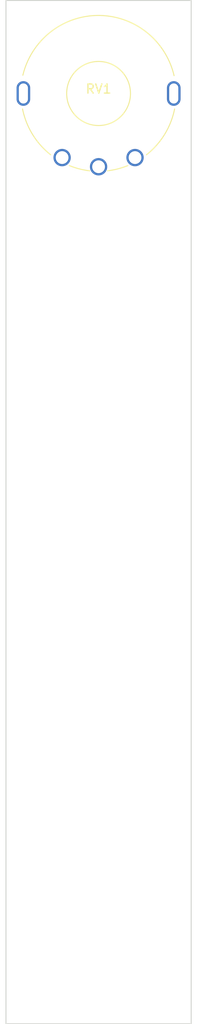
<source format=kicad_pcb>
(kicad_pcb (version 20211014) (generator pcbnew)
  (layers (0 "F.Cu" signal) (31 "B.Cu" signal) (34 "B.Paste" user) (35 "F.Paste" user) (36 "B.SilkS" user "B.Silkscreen") (37 "F.SilkS" user "F.Silkscreen") (38 "B.Mask" user) (39 "F.Mask" user) (44 "Edge.Cuts" user))
  (net 0 "")
  (footprint "Pale Slim Ghost:P170NP1 Switch Potentiometer" (layer "F.Cu") (at 137.16 35.56)
    (fp_text reference "RV1" (at 0 -0.5 unlocked) (layer "F.SilkS"))
    (fp_text value "R_Potentiometer_PushSwitch")
    (fp_arc (start -8.305393 -2) (mid 0.009153 -8.523139) (end 8.283475 -1.949053) (layer "F.SilkS") (width 0.12))
    (fp_arc (start 3.205328 7.873598) (mid 2.118505 8.232837) (end 0.993272 8.442812) (layer "F.SilkS") (width 0.12))
    (fp_arc (start 8.342343 1.690152) (mid 7.246025 4.466142) (end 5.258794 6.69301) (layer "F.SilkS") (width 0.12))
    (fp_arc (start -5.258788 6.69301) (mid -7.24602 4.466142) (end -8.342337 1.690152) (layer "F.SilkS") (width 0.12))
    (fp_arc (start -0.993272 8.442812) (mid -2.118505 8.232837) (end -3.205328 7.873598) (layer "F.SilkS") (width 0.12))
    (fp_circle (center 0 0) (end 3.5 0) (layer "F.SilkS") (width 0.12) (fill none))
    (pad "1" thru_hole circle (at -4 7) (size 1.9 1.9) (drill 1.4) (layers *.Cu *.Mask))
    (pad "2" thru_hole circle (at 0 8) (size 1.9 1.9) (drill 1.4) (layers *.Cu *.Mask))
    (pad "3" thru_hole circle (at 4 7) (size 1.9 1.9) (drill 1.4) (layers *.Cu *.Mask))
    (pad "S1" thru_hole oval (at -8.25 0) (size 1.5 2.7) (drill oval 1 2.2) (layers *.Cu *.Mask))
    (pad "S2" thru_hole oval (at 8.25 0) (size 1.5 2.7) (drill oval 1 2.2) (layers *.Cu *.Mask))
  )
  (gr_rect (start 127 25.4) (end 147.32 137.16) (layer "Edge.Cuts") (width 0.1) (fill none))
)
</source>
